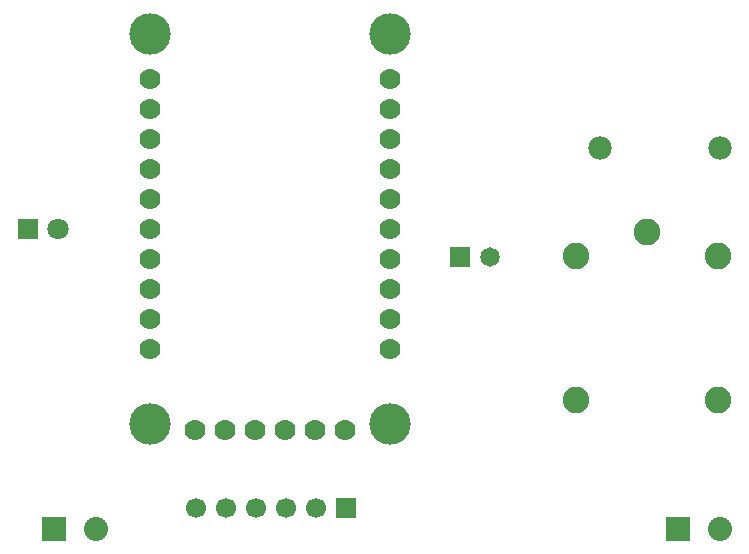
<source format=gtl>
G04 Layer: TopLayer*
G04 EasyEDA v6.5.22, 2023-03-10 16:28:45*
G04 028e3914a6f949ed9ca799ef75e4ed4f,10*
G04 Gerber Generator version 0.2*
G04 Scale: 100 percent, Rotated: No, Reflected: No *
G04 Dimensions in millimeters *
G04 leading zeros omitted , absolute positions ,4 integer and 5 decimal *
%FSLAX45Y45*%
%MOMM*%

%ADD10R,1.7000X1.7000*%
%ADD11C,1.7000*%
%ADD12C,1.8000*%
%ADD13R,1.8000X1.8000*%
%ADD14R,1.6510X1.6510*%
%ADD15C,1.6510*%
%ADD16C,1.9812*%
%ADD17R,2.0320X2.0320*%
%ADD18C,2.0320*%
%ADD19C,2.2499*%
%ADD20C,3.5052*%
%ADD21C,1.7780*%

%LPD*%
D10*
G01*
X4191000Y3619500D03*
D11*
G01*
X3937000Y3619500D03*
G01*
X3683000Y3619500D03*
G01*
X3429000Y3619500D03*
G01*
X3175000Y3619500D03*
G01*
X2921000Y3619500D03*
D12*
G01*
X1752600Y5981700D03*
D13*
G01*
X1498600Y5981700D03*
D14*
G01*
X5156200Y5740400D03*
D15*
G01*
X5410200Y5740400D03*
D16*
G01*
X7353300Y6667500D03*
G01*
X6337300Y6667500D03*
D17*
G01*
X1717039Y3441700D03*
D18*
G01*
X2067559Y3441700D03*
D17*
G01*
X7000240Y3441700D03*
D18*
G01*
X7350759Y3441700D03*
D19*
G01*
X6734098Y5953099D03*
G01*
X6134100Y5753100D03*
G01*
X6134100Y4533112D03*
G01*
X7334097Y4533112D03*
G01*
X7334097Y5753100D03*
D20*
G01*
X4559300Y7632700D03*
D21*
G01*
X4559300Y4965700D03*
G01*
X4559300Y5219700D03*
G01*
X4559300Y5473700D03*
G01*
X4559300Y5727700D03*
G01*
X4559300Y5981700D03*
G01*
X4559300Y6235700D03*
G01*
X4559300Y6489700D03*
G01*
X4559300Y6743700D03*
G01*
X4559300Y6997700D03*
G01*
X4559300Y7251700D03*
D20*
G01*
X4559300Y4330700D03*
D21*
G01*
X4178300Y4279900D03*
G01*
X2908300Y4279900D03*
G01*
X3162300Y4279900D03*
G01*
X3416300Y4279900D03*
G01*
X3670300Y4279900D03*
G01*
X3924300Y4279900D03*
D20*
G01*
X2527300Y4330700D03*
D21*
G01*
X2527300Y4965700D03*
G01*
X2527300Y7251700D03*
G01*
X2527300Y6997700D03*
G01*
X2527300Y6743700D03*
G01*
X2527300Y6489700D03*
G01*
X2527300Y6235700D03*
G01*
X2527300Y5981700D03*
G01*
X2527300Y5727700D03*
G01*
X2527300Y5473700D03*
G01*
X2527300Y5219700D03*
G01*
X2527300Y4965700D03*
D20*
G01*
X2527300Y7632700D03*
M02*

</source>
